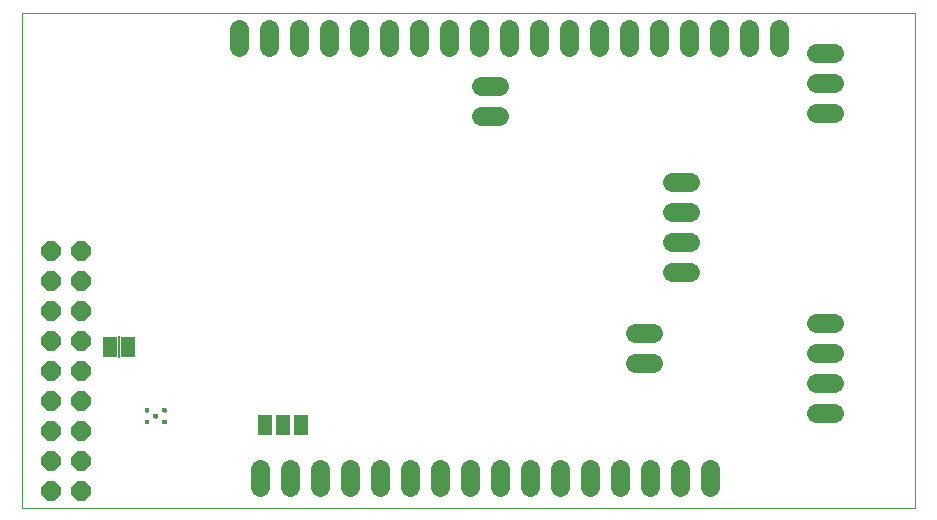
<source format=gbs>
G75*
%MOIN*%
%OFA0B0*%
%FSLAX25Y25*%
%IPPOS*%
%LPD*%
%AMOC8*
5,1,8,0,0,1.08239X$1,22.5*
%
%ADD10C,0.00000*%
%ADD11C,0.01581*%
%ADD12C,0.06400*%
%ADD13OC8,0.06400*%
%ADD14R,0.05000X0.06700*%
%ADD15R,0.00600X0.07200*%
D10*
X0009878Y0004550D02*
X0009878Y0169550D01*
X0307378Y0169550D01*
X0307378Y0004550D01*
X0009878Y0004550D01*
X0050710Y0033206D02*
X0050712Y0033254D01*
X0050718Y0033302D01*
X0050728Y0033349D01*
X0050741Y0033395D01*
X0050759Y0033440D01*
X0050779Y0033484D01*
X0050804Y0033526D01*
X0050832Y0033565D01*
X0050862Y0033602D01*
X0050896Y0033636D01*
X0050933Y0033668D01*
X0050971Y0033697D01*
X0051012Y0033722D01*
X0051055Y0033744D01*
X0051100Y0033762D01*
X0051146Y0033776D01*
X0051193Y0033787D01*
X0051241Y0033794D01*
X0051289Y0033797D01*
X0051337Y0033796D01*
X0051385Y0033791D01*
X0051433Y0033782D01*
X0051479Y0033770D01*
X0051524Y0033753D01*
X0051568Y0033733D01*
X0051610Y0033710D01*
X0051650Y0033683D01*
X0051688Y0033653D01*
X0051723Y0033620D01*
X0051755Y0033584D01*
X0051785Y0033546D01*
X0051811Y0033505D01*
X0051833Y0033462D01*
X0051853Y0033418D01*
X0051868Y0033373D01*
X0051880Y0033326D01*
X0051888Y0033278D01*
X0051892Y0033230D01*
X0051892Y0033182D01*
X0051888Y0033134D01*
X0051880Y0033086D01*
X0051868Y0033039D01*
X0051853Y0032994D01*
X0051833Y0032950D01*
X0051811Y0032907D01*
X0051785Y0032866D01*
X0051755Y0032828D01*
X0051723Y0032792D01*
X0051688Y0032759D01*
X0051650Y0032729D01*
X0051610Y0032702D01*
X0051568Y0032679D01*
X0051524Y0032659D01*
X0051479Y0032642D01*
X0051433Y0032630D01*
X0051385Y0032621D01*
X0051337Y0032616D01*
X0051289Y0032615D01*
X0051241Y0032618D01*
X0051193Y0032625D01*
X0051146Y0032636D01*
X0051100Y0032650D01*
X0051055Y0032668D01*
X0051012Y0032690D01*
X0050971Y0032715D01*
X0050933Y0032744D01*
X0050896Y0032776D01*
X0050862Y0032810D01*
X0050832Y0032847D01*
X0050804Y0032886D01*
X0050779Y0032928D01*
X0050759Y0032972D01*
X0050741Y0033017D01*
X0050728Y0033063D01*
X0050718Y0033110D01*
X0050712Y0033158D01*
X0050710Y0033206D01*
X0053662Y0035175D02*
X0053664Y0035223D01*
X0053670Y0035271D01*
X0053680Y0035318D01*
X0053693Y0035364D01*
X0053711Y0035409D01*
X0053731Y0035453D01*
X0053756Y0035495D01*
X0053784Y0035534D01*
X0053814Y0035571D01*
X0053848Y0035605D01*
X0053885Y0035637D01*
X0053923Y0035666D01*
X0053964Y0035691D01*
X0054007Y0035713D01*
X0054052Y0035731D01*
X0054098Y0035745D01*
X0054145Y0035756D01*
X0054193Y0035763D01*
X0054241Y0035766D01*
X0054289Y0035765D01*
X0054337Y0035760D01*
X0054385Y0035751D01*
X0054431Y0035739D01*
X0054476Y0035722D01*
X0054520Y0035702D01*
X0054562Y0035679D01*
X0054602Y0035652D01*
X0054640Y0035622D01*
X0054675Y0035589D01*
X0054707Y0035553D01*
X0054737Y0035515D01*
X0054763Y0035474D01*
X0054785Y0035431D01*
X0054805Y0035387D01*
X0054820Y0035342D01*
X0054832Y0035295D01*
X0054840Y0035247D01*
X0054844Y0035199D01*
X0054844Y0035151D01*
X0054840Y0035103D01*
X0054832Y0035055D01*
X0054820Y0035008D01*
X0054805Y0034963D01*
X0054785Y0034919D01*
X0054763Y0034876D01*
X0054737Y0034835D01*
X0054707Y0034797D01*
X0054675Y0034761D01*
X0054640Y0034728D01*
X0054602Y0034698D01*
X0054562Y0034671D01*
X0054520Y0034648D01*
X0054476Y0034628D01*
X0054431Y0034611D01*
X0054385Y0034599D01*
X0054337Y0034590D01*
X0054289Y0034585D01*
X0054241Y0034584D01*
X0054193Y0034587D01*
X0054145Y0034594D01*
X0054098Y0034605D01*
X0054052Y0034619D01*
X0054007Y0034637D01*
X0053964Y0034659D01*
X0053923Y0034684D01*
X0053885Y0034713D01*
X0053848Y0034745D01*
X0053814Y0034779D01*
X0053784Y0034816D01*
X0053756Y0034855D01*
X0053731Y0034897D01*
X0053711Y0034941D01*
X0053693Y0034986D01*
X0053680Y0035032D01*
X0053670Y0035079D01*
X0053664Y0035127D01*
X0053662Y0035175D01*
X0050710Y0037144D02*
X0050712Y0037192D01*
X0050718Y0037240D01*
X0050728Y0037287D01*
X0050741Y0037333D01*
X0050759Y0037378D01*
X0050779Y0037422D01*
X0050804Y0037464D01*
X0050832Y0037503D01*
X0050862Y0037540D01*
X0050896Y0037574D01*
X0050933Y0037606D01*
X0050971Y0037635D01*
X0051012Y0037660D01*
X0051055Y0037682D01*
X0051100Y0037700D01*
X0051146Y0037714D01*
X0051193Y0037725D01*
X0051241Y0037732D01*
X0051289Y0037735D01*
X0051337Y0037734D01*
X0051385Y0037729D01*
X0051433Y0037720D01*
X0051479Y0037708D01*
X0051524Y0037691D01*
X0051568Y0037671D01*
X0051610Y0037648D01*
X0051650Y0037621D01*
X0051688Y0037591D01*
X0051723Y0037558D01*
X0051755Y0037522D01*
X0051785Y0037484D01*
X0051811Y0037443D01*
X0051833Y0037400D01*
X0051853Y0037356D01*
X0051868Y0037311D01*
X0051880Y0037264D01*
X0051888Y0037216D01*
X0051892Y0037168D01*
X0051892Y0037120D01*
X0051888Y0037072D01*
X0051880Y0037024D01*
X0051868Y0036977D01*
X0051853Y0036932D01*
X0051833Y0036888D01*
X0051811Y0036845D01*
X0051785Y0036804D01*
X0051755Y0036766D01*
X0051723Y0036730D01*
X0051688Y0036697D01*
X0051650Y0036667D01*
X0051610Y0036640D01*
X0051568Y0036617D01*
X0051524Y0036597D01*
X0051479Y0036580D01*
X0051433Y0036568D01*
X0051385Y0036559D01*
X0051337Y0036554D01*
X0051289Y0036553D01*
X0051241Y0036556D01*
X0051193Y0036563D01*
X0051146Y0036574D01*
X0051100Y0036588D01*
X0051055Y0036606D01*
X0051012Y0036628D01*
X0050971Y0036653D01*
X0050933Y0036682D01*
X0050896Y0036714D01*
X0050862Y0036748D01*
X0050832Y0036785D01*
X0050804Y0036824D01*
X0050779Y0036866D01*
X0050759Y0036910D01*
X0050741Y0036955D01*
X0050728Y0037001D01*
X0050718Y0037048D01*
X0050712Y0037096D01*
X0050710Y0037144D01*
X0056615Y0037144D02*
X0056617Y0037192D01*
X0056623Y0037240D01*
X0056633Y0037287D01*
X0056646Y0037333D01*
X0056664Y0037378D01*
X0056684Y0037422D01*
X0056709Y0037464D01*
X0056737Y0037503D01*
X0056767Y0037540D01*
X0056801Y0037574D01*
X0056838Y0037606D01*
X0056876Y0037635D01*
X0056917Y0037660D01*
X0056960Y0037682D01*
X0057005Y0037700D01*
X0057051Y0037714D01*
X0057098Y0037725D01*
X0057146Y0037732D01*
X0057194Y0037735D01*
X0057242Y0037734D01*
X0057290Y0037729D01*
X0057338Y0037720D01*
X0057384Y0037708D01*
X0057429Y0037691D01*
X0057473Y0037671D01*
X0057515Y0037648D01*
X0057555Y0037621D01*
X0057593Y0037591D01*
X0057628Y0037558D01*
X0057660Y0037522D01*
X0057690Y0037484D01*
X0057716Y0037443D01*
X0057738Y0037400D01*
X0057758Y0037356D01*
X0057773Y0037311D01*
X0057785Y0037264D01*
X0057793Y0037216D01*
X0057797Y0037168D01*
X0057797Y0037120D01*
X0057793Y0037072D01*
X0057785Y0037024D01*
X0057773Y0036977D01*
X0057758Y0036932D01*
X0057738Y0036888D01*
X0057716Y0036845D01*
X0057690Y0036804D01*
X0057660Y0036766D01*
X0057628Y0036730D01*
X0057593Y0036697D01*
X0057555Y0036667D01*
X0057515Y0036640D01*
X0057473Y0036617D01*
X0057429Y0036597D01*
X0057384Y0036580D01*
X0057338Y0036568D01*
X0057290Y0036559D01*
X0057242Y0036554D01*
X0057194Y0036553D01*
X0057146Y0036556D01*
X0057098Y0036563D01*
X0057051Y0036574D01*
X0057005Y0036588D01*
X0056960Y0036606D01*
X0056917Y0036628D01*
X0056876Y0036653D01*
X0056838Y0036682D01*
X0056801Y0036714D01*
X0056767Y0036748D01*
X0056737Y0036785D01*
X0056709Y0036824D01*
X0056684Y0036866D01*
X0056664Y0036910D01*
X0056646Y0036955D01*
X0056633Y0037001D01*
X0056623Y0037048D01*
X0056617Y0037096D01*
X0056615Y0037144D01*
X0056615Y0033206D02*
X0056617Y0033254D01*
X0056623Y0033302D01*
X0056633Y0033349D01*
X0056646Y0033395D01*
X0056664Y0033440D01*
X0056684Y0033484D01*
X0056709Y0033526D01*
X0056737Y0033565D01*
X0056767Y0033602D01*
X0056801Y0033636D01*
X0056838Y0033668D01*
X0056876Y0033697D01*
X0056917Y0033722D01*
X0056960Y0033744D01*
X0057005Y0033762D01*
X0057051Y0033776D01*
X0057098Y0033787D01*
X0057146Y0033794D01*
X0057194Y0033797D01*
X0057242Y0033796D01*
X0057290Y0033791D01*
X0057338Y0033782D01*
X0057384Y0033770D01*
X0057429Y0033753D01*
X0057473Y0033733D01*
X0057515Y0033710D01*
X0057555Y0033683D01*
X0057593Y0033653D01*
X0057628Y0033620D01*
X0057660Y0033584D01*
X0057690Y0033546D01*
X0057716Y0033505D01*
X0057738Y0033462D01*
X0057758Y0033418D01*
X0057773Y0033373D01*
X0057785Y0033326D01*
X0057793Y0033278D01*
X0057797Y0033230D01*
X0057797Y0033182D01*
X0057793Y0033134D01*
X0057785Y0033086D01*
X0057773Y0033039D01*
X0057758Y0032994D01*
X0057738Y0032950D01*
X0057716Y0032907D01*
X0057690Y0032866D01*
X0057660Y0032828D01*
X0057628Y0032792D01*
X0057593Y0032759D01*
X0057555Y0032729D01*
X0057515Y0032702D01*
X0057473Y0032679D01*
X0057429Y0032659D01*
X0057384Y0032642D01*
X0057338Y0032630D01*
X0057290Y0032621D01*
X0057242Y0032616D01*
X0057194Y0032615D01*
X0057146Y0032618D01*
X0057098Y0032625D01*
X0057051Y0032636D01*
X0057005Y0032650D01*
X0056960Y0032668D01*
X0056917Y0032690D01*
X0056876Y0032715D01*
X0056838Y0032744D01*
X0056801Y0032776D01*
X0056767Y0032810D01*
X0056737Y0032847D01*
X0056709Y0032886D01*
X0056684Y0032928D01*
X0056664Y0032972D01*
X0056646Y0033017D01*
X0056633Y0033063D01*
X0056623Y0033110D01*
X0056617Y0033158D01*
X0056615Y0033206D01*
D11*
X0057206Y0033206D03*
X0054253Y0035175D03*
X0051301Y0033206D03*
X0051301Y0037144D03*
X0057206Y0037144D03*
D12*
X0088978Y0017450D02*
X0088978Y0011450D01*
X0098978Y0011450D02*
X0098978Y0017450D01*
X0108978Y0017450D02*
X0108978Y0011450D01*
X0118978Y0011450D02*
X0118978Y0017450D01*
X0128978Y0017450D02*
X0128978Y0011450D01*
X0138978Y0011450D02*
X0138978Y0017450D01*
X0148978Y0017450D02*
X0148978Y0011450D01*
X0158978Y0011450D02*
X0158978Y0017450D01*
X0168978Y0017550D02*
X0168978Y0011550D01*
X0178978Y0011550D02*
X0178978Y0017550D01*
X0188978Y0017550D02*
X0188978Y0011550D01*
X0198978Y0011550D02*
X0198978Y0017550D01*
X0208978Y0017550D02*
X0208978Y0011550D01*
X0218978Y0011550D02*
X0218978Y0017550D01*
X0228978Y0017550D02*
X0228978Y0011550D01*
X0238978Y0011550D02*
X0238978Y0017550D01*
X0274478Y0036250D02*
X0280478Y0036250D01*
X0280478Y0046250D02*
X0274478Y0046250D01*
X0274478Y0056250D02*
X0280478Y0056250D01*
X0280478Y0066250D02*
X0274478Y0066250D01*
X0232478Y0083050D02*
X0226478Y0083050D01*
X0226478Y0093050D02*
X0232478Y0093050D01*
X0232478Y0103050D02*
X0226478Y0103050D01*
X0226478Y0113050D02*
X0232478Y0113050D01*
X0274478Y0136250D02*
X0280478Y0136250D01*
X0280478Y0146250D02*
X0274478Y0146250D01*
X0274478Y0156250D02*
X0280478Y0156250D01*
X0262078Y0158050D02*
X0262078Y0164050D01*
X0252078Y0164050D02*
X0252078Y0158050D01*
X0242078Y0158050D02*
X0242078Y0164050D01*
X0232078Y0164050D02*
X0232078Y0158050D01*
X0222078Y0158050D02*
X0222078Y0164050D01*
X0212078Y0164050D02*
X0212078Y0158050D01*
X0202078Y0158050D02*
X0202078Y0164050D01*
X0192078Y0164050D02*
X0192078Y0158050D01*
X0182078Y0158050D02*
X0182078Y0164050D01*
X0172078Y0164050D02*
X0172078Y0158050D01*
X0162078Y0158050D02*
X0162078Y0164050D01*
X0151978Y0164050D02*
X0151978Y0158050D01*
X0141978Y0158050D02*
X0141978Y0164050D01*
X0131978Y0164050D02*
X0131978Y0158050D01*
X0121978Y0158050D02*
X0121978Y0164050D01*
X0111978Y0164050D02*
X0111978Y0158050D01*
X0101978Y0158050D02*
X0101978Y0164050D01*
X0091978Y0164050D02*
X0091978Y0158050D01*
X0081978Y0158050D02*
X0081978Y0164050D01*
X0162678Y0145250D02*
X0168678Y0145250D01*
X0168678Y0135250D02*
X0162678Y0135250D01*
X0213978Y0062750D02*
X0219978Y0062750D01*
X0219978Y0052750D02*
X0213978Y0052750D01*
D13*
X0029553Y0050175D03*
X0019553Y0050175D03*
X0019553Y0060175D03*
X0029553Y0060175D03*
X0029553Y0070175D03*
X0019553Y0070175D03*
X0019478Y0080250D03*
X0029478Y0080250D03*
X0029478Y0090250D03*
X0019478Y0090250D03*
X0019553Y0040175D03*
X0029553Y0040175D03*
X0029553Y0030175D03*
X0019553Y0030175D03*
X0019553Y0020175D03*
X0029553Y0020175D03*
X0029553Y0010175D03*
X0019553Y0010175D03*
D14*
X0090678Y0031950D03*
X0096678Y0031950D03*
X0102678Y0031950D03*
X0045078Y0058050D03*
X0039078Y0058050D03*
D15*
X0042078Y0058050D03*
M02*

</source>
